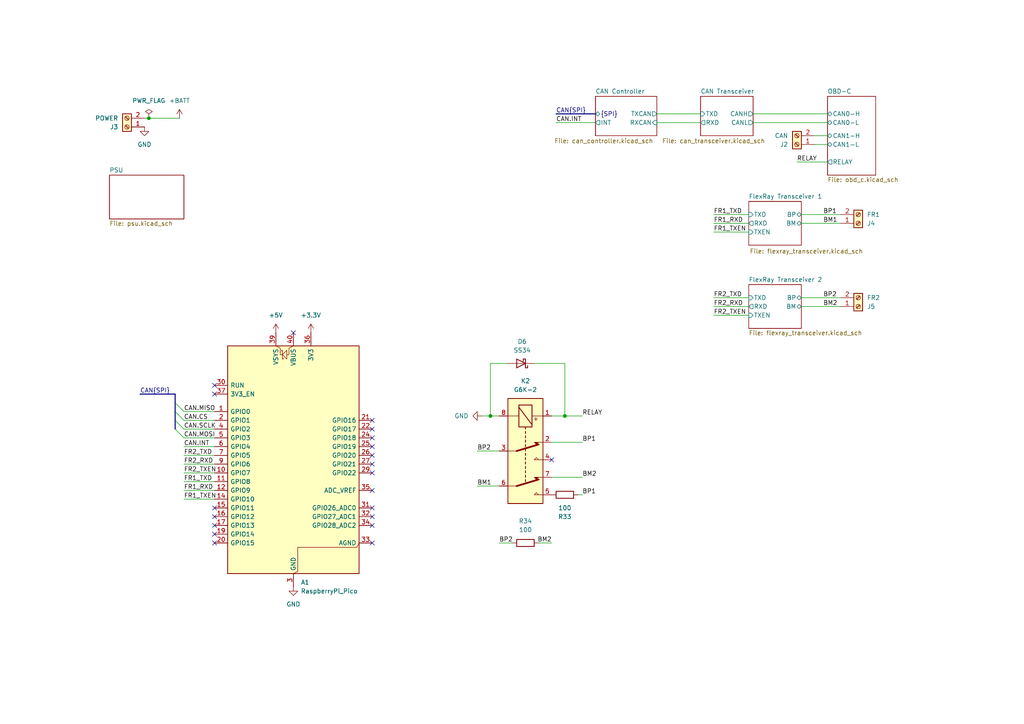
<source format=kicad_sch>
(kicad_sch (version 20250114) (generator "eeschema") (generator_version "9.0")
  (paper "A4")
  (lib_symbols
    (symbol "Connector:Screw_Terminal_01x02" (pin_names (offset 1.016) (hide yes))
      (property "Reference" "J" (at 0 2.54 0))
      (property "Value" "Screw_Terminal_01x02" (at 0 -5.08 0))
      (symbol "Screw_Terminal_01x02_1_1"
        (rectangle (start -1.27 1.27) (end 1.27 -3.81) (stroke (width 0.254)) (fill (type background)))
        (polyline (pts (xy -0.5334 0.3302) (xy 0.3302 -0.508)) (stroke (width 0.1524)))
        (polyline (pts (xy -0.5334 -2.2098) (xy 0.3302 -3.048)) (stroke (width 0.1524)))
        (polyline (pts (xy -0.3556 0.508) (xy 0.508 -0.3302)) (stroke (width 0.1524)))
        (polyline (pts (xy -0.3556 -2.032) (xy 0.508 -2.8702)) (stroke (width 0.1524)))
        (circle (center 0 0) (radius 0.635) (stroke (width 0.1524)))
        (circle (center 0 -2.54) (radius 0.635) (stroke (width 0.1524)))
        (pin passive line (at -5.08 0 0) (length 3.81) (name "Pin_1") (number "1"))
        (pin passive line (at -5.08 -2.54 0) (length 3.81) (name "Pin_2") (number "2"))
      )
    )
    (symbol "Device:D_Schottky" (pin_numbers (hide yes)) (pin_names (offset 1.016) (hide yes))
      (property "Reference" "D" (at 0 2.54 0))
      (property "Value" "D_Schottky" (at 0 -2.54 0))
      (symbol "D_Schottky_0_1"
        (polyline (pts (xy -1.905 0.635) (xy -1.905 1.27) (xy -1.27 1.27) (xy -1.27 -1.27) (xy -0.635 -1.27) (xy -0.635 -0.635)) (stroke (width 0.254)))
        (polyline (pts (xy 1.27 1.27) (xy 1.27 -1.27) (xy -1.27 0) (xy 1.27 1.27)) (stroke (width 0.254)))
        (polyline (pts (xy 1.27 0) (xy -1.27 0)))
      )
      (symbol "D_Schottky_1_1"
        (pin passive line (at -3.81 0 0) (length 2.54) (name "K") (number "1"))
        (pin passive line (at 3.81 0 180) (length 2.54) (name "A") (number "2"))
      )
    )
    (symbol "Device:R" (pin_numbers (hide yes)) (pin_names (offset 0))
      (property "Reference" "R" (at 2.032 0 90))
      (property "Value" "R" (at 0 0 90))
      (symbol "R_0_1"
        (rectangle (start -1.016 -2.54) (end 1.016 2.54) (stroke (width 0.254)))
      )
      (symbol "R_1_1"
        (pin passive line (at 0 3.81 270) (length 1.27) (name "~") (number "1"))
        (pin passive line (at 0 -3.81 90) (length 1.27) (name "~") (number "2"))
      )
    )
    (symbol "MCU_Module:RaspberryPi_Pico" (pin_names (offset 0.762))
      (property "Reference" "A" (at -19.05 35.56 0))
      (property "Value" "RaspberryPi_Pico" (at 7.62 35.56 0))
      (symbol "RaspberryPi_Pico_0_1"
        (rectangle (start -19.05 34.29) (end 19.05 -31.75) (stroke (width 0.254)) (fill (type background)))
        (polyline (pts (xy -5.08 34.29) (xy -3.81 33.655) (xy -3.81 31.75) (xy -3.175 31.75)))
        (polyline (pts (xy -3.429 32.766) (xy -3.429 33.02) (xy -3.175 33.02) (xy -3.175 30.48) (xy -2.921 30.48) (xy -2.921 30.734)))
        (polyline (pts (xy -3.175 31.75) (xy -1.905 33.02) (xy -1.905 30.48) (xy -3.175 31.75)))
        (polyline (pts (xy 0 34.29) (xy -1.27 33.655) (xy -1.27 31.75) (xy -1.905 31.75)))
        (polyline (pts (xy 0 -31.75) (xy 1.27 -31.115) (xy 1.27 -24.13) (xy 18.415 -24.13) (xy 19.05 -22.86)))
      )
      (symbol "RaspberryPi_Pico_1_1"
        (pin passive line (at -22.86 22.86 0) (length 3.81) (name "RUN") (number "30"))
        (pin passive line (at -22.86 20.32 0) (length 3.81) (name "3V3_EN") (number "37"))
        (pin bidirectional line (at -22.86 15.24 0) (length 3.81) (name "GPIO0") (number "1"))
        (pin bidirectional line (at -22.86 12.7 0) (length 3.81) (name "GPIO1") (number "2"))
        (pin bidirectional line (at -22.86 10.16 0) (length 3.81) (name "GPIO2") (number "4"))
        (pin bidirectional line (at -22.86 7.62 0) (length 3.81) (name "GPIO3") (number "5"))
        (pin bidirectional line (at -22.86 5.08 0) (length 3.81) (name "GPIO4") (number "6"))
        (pin bidirectional line (at -22.86 2.54 0) (length 3.81) (name "GPIO5") (number "7"))
        (pin bidirectional line (at -22.86 0 0) (length 3.81) (name "GPIO6") (number "9"))
        (pin bidirectional line (at -22.86 -2.54 0) (length 3.81) (name "GPIO7") (number "10"))
        (pin bidirectional line (at -22.86 -5.08 0) (length 3.81) (name "GPIO8") (number "11"))
        (pin bidirectional line (at -22.86 -7.62 0) (length 3.81) (name "GPIO9") (number "12"))
        (pin bidirectional line (at -22.86 -10.16 0) (length 3.81) (name "GPIO10") (number "14"))
        (pin bidirectional line (at -22.86 -12.7 0) (length 3.81) (name "GPIO11") (number "15"))
        (pin bidirectional line (at -22.86 -15.24 0) (length 3.81) (name "GPIO12") (number "16"))
        (pin bidirectional line (at -22.86 -17.78 0) (length 3.81) (name "GPIO13") (number "17"))
        (pin bidirectional line (at -22.86 -20.32 0) (length 3.81) (name "GPIO14") (number "19"))
        (pin bidirectional line (at -22.86 -22.86 0) (length 3.81) (name "GPIO15") (number "20"))
        (pin power_in line (at -5.08 38.1 270) (length 3.81) (name "VSYS") (number "39"))
        (pin power_out line (at 0 38.1 270) (length 3.81) (name "VBUS") (number "40"))
        (pin passive line (at 0 -35.56 90) (length 3.81) (hide yes) (name "GND") (number "13"))
        (pin passive line (at 0 -35.56 90) (length 3.81) (hide yes) (name "GND") (number "18"))
        (pin passive line (at 0 -35.56 90) (length 3.81) (hide yes) (name "GND") (number "23"))
        (pin passive line (at 0 -35.56 90) (length 3.81) (hide yes) (name "GND") (number "28"))
        (pin power_out line (at 0 -35.56 90) (length 3.81) (name "GND") (number "3"))
        (pin passive line (at 0 -35.56 90) (length 3.81) (hide yes) (name "GND") (number "38"))
        (pin passive line (at 0 -35.56 90) (length 3.81) (hide yes) (name "GND") (number "8"))
        (pin power_out line (at 5.08 38.1 270) (length 3.81) (name "3V3") (number "36"))
        (pin bidirectional line (at 22.86 12.7 180) (length 3.81) (name "GPIO16") (number "21"))
        (pin bidirectional line (at 22.86 10.16 180) (length 3.81) (name "GPIO17") (number "22"))
        (pin bidirectional line (at 22.86 7.62 180) (length 3.81) (name "GPIO18") (number "24"))
        (pin bidirectional line (at 22.86 5.08 180) (length 3.81) (name "GPIO19") (number "25"))
        (pin bidirectional line (at 22.86 2.54 180) (length 3.81) (name "GPIO20") (number "26"))
        (pin bidirectional line (at 22.86 0 180) (length 3.81) (name "GPIO21") (number "27"))
        (pin bidirectional line (at 22.86 -2.54 180) (length 3.81) (name "GPIO22") (number "29"))
        (pin power_in line (at 22.86 -7.62 180) (length 3.81) (name "ADC_VREF") (number "35"))
        (pin bidirectional line (at 22.86 -12.7 180) (length 3.81) (name "GPIO26_ADC0") (number "31"))
        (pin bidirectional line (at 22.86 -15.24 180) (length 3.81) (name "GPIO27_ADC1") (number "32"))
        (pin bidirectional line (at 22.86 -17.78 180) (length 3.81) (name "GPIO28_ADC2") (number "34"))
        (pin power_out line (at 22.86 -22.86 180) (length 3.81) (name "AGND") (number "33"))
      )
    )
    (symbol "Relay:G6K-2"
      (property "Reference" "K" (at 16.51 3.81 0))
      (property "Value" "G6K-2" (at 16.51 1.27 0))
      (symbol "G6K-2_0_0"
        (text "+" (at -9.271 2.921 0) (effects (font (size 1.27 1.27))))
      )
      (symbol "G6K-2_0_1"
        (rectangle (start -15.24 5.08) (end 15.24 -5.08) (stroke (width 0.254)) (fill (type background)))
        (rectangle (start -13.335 1.905) (end -6.985 -1.905) (stroke (width 0.254)))
        (polyline (pts (xy -12.7 -1.905) (xy -7.62 1.905)) (stroke (width 0.254)))
        (polyline (pts (xy -10.16 5.08) (xy -10.16 1.905)))
        (polyline (pts (xy -10.16 -5.08) (xy -10.16 -1.905)))
        (polyline (pts (xy -6.985 0) (xy -6.35 0)) (stroke (width 0.254)))
        (polyline (pts (xy -5.715 0) (xy -5.08 0)) (stroke (width 0.254)))
        (polyline (pts (xy -4.445 0) (xy -3.81 0)) (stroke (width 0.254)))
        (polyline (pts (xy -3.175 0) (xy -2.54 0)) (stroke (width 0.254)))
        (polyline (pts (xy -2.54 5.08) (xy -2.54 2.54) (xy -1.905 3.175) (xy -2.54 3.81)) (fill (type outline)))
        (polyline (pts (xy -1.905 0) (xy -1.27 0)) (stroke (width 0.254)))
        (polyline (pts (xy -0.635 0) (xy 0 0)) (stroke (width 0.254)))
        (polyline (pts (xy 0 -2.54) (xy -1.905 3.81)) (stroke (width 0.508)))
        (polyline (pts (xy 0 -2.54) (xy 0 -5.08)))
        (polyline (pts (xy 0.635 0) (xy 1.27 0)) (stroke (width 0.254)))
        (polyline (pts (xy 1.905 0) (xy 2.54 0)) (stroke (width 0.254)))
        (polyline (pts (xy 2.54 5.08) (xy 2.54 2.54) (xy 1.905 3.175) (xy 2.54 3.81)))
        (polyline (pts (xy 3.175 0) (xy 3.81 0)) (stroke (width 0.254)))
        (polyline (pts (xy 4.445 0) (xy 5.08 0)) (stroke (width 0.254)))
        (polyline (pts (xy 5.715 0) (xy 6.35 0)) (stroke (width 0.254)))
        (polyline (pts (xy 6.985 0) (xy 7.62 0)) (stroke (width 0.254)))
        (polyline (pts (xy 7.62 5.08) (xy 7.62 2.54) (xy 8.255 3.175) (xy 7.62 3.81)) (fill (type outline)))
        (polyline (pts (xy 8.255 0) (xy 8.89 0)) (stroke (width 0.254)))
        (polyline (pts (xy 10.16 -2.54) (xy 8.255 3.81)) (stroke (width 0.508)))
        (polyline (pts (xy 10.16 -2.54) (xy 10.16 -5.08)))
        (polyline (pts (xy 12.7 5.08) (xy 12.7 2.54) (xy 12.065 3.175) (xy 12.7 3.81)))
      )
      (symbol "G6K-2_1_1"
        (pin passive line (at -10.16 7.62 270) (length 2.54) (name "~") (number "1"))
        (pin passive line (at -10.16 -7.62 90) (length 2.54) (name "~") (number "8"))
        (pin passive line (at -2.54 7.62 270) (length 2.54) (name "~") (number "2"))
        (pin passive line (at 0 -7.62 90) (length 2.54) (name "~") (number "3"))
        (pin passive line (at 2.54 7.62 270) (length 2.54) (name "~") (number "4"))
        (pin passive line (at 7.62 7.62 270) (length 2.54) (name "~") (number "7"))
        (pin passive line (at 10.16 -7.62 90) (length 2.54) (name "~") (number "6"))
        (pin passive line (at 12.7 7.62 270) (length 2.54) (name "~") (number "5"))
      )
    )
    (symbol "power:+3.3V" (power) (pin_numbers (hide yes)) (pin_names (offset 0) (hide yes))
      (property "Value" "+3.3V" (at 0 3.556 0))
      (symbol "+3.3V_0_1"
        (polyline (pts (xy -0.762 1.27) (xy 0 2.54)))
        (polyline (pts (xy 0 2.54) (xy 0.762 1.27)))
        (polyline (pts (xy 0 0) (xy 0 2.54)))
      )
      (symbol "+3.3V_1_1"
        (pin power_in line (at 0 0 90) (length 0) (name "~") (number "1"))
      )
    )
    (symbol "power:+5V" (power) (pin_numbers (hide yes)) (pin_names (offset 0) (hide yes))
      (property "Value" "+5V" (at 0 3.556 0))
      (symbol "+5V_0_1"
        (polyline (pts (xy -0.762 1.27) (xy 0 2.54)))
        (polyline (pts (xy 0 2.54) (xy 0.762 1.27)))
        (polyline (pts (xy 0 0) (xy 0 2.54)))
      )
      (symbol "+5V_1_1"
        (pin power_in line (at 0 0 90) (length 0) (name "~") (number "1"))
      )
    )
    (symbol "power:+BATT" (power) (pin_numbers (hide yes)) (pin_names (offset 0) (hide yes))
      (property "Value" "+BATT" (at 0 3.556 0))
      (symbol "+BATT_0_1"
        (polyline (pts (xy -0.762 1.27) (xy 0 2.54)))
        (polyline (pts (xy 0 2.54) (xy 0.762 1.27)))
        (polyline (pts (xy 0 0) (xy 0 2.54)))
      )
      (symbol "+BATT_1_1"
        (pin power_in line (at 0 0 90) (length 0) (name "~") (number "1"))
      )
    )
    (symbol "power:GND" (power) (pin_numbers (hide yes)) (pin_names (offset 0) (hide yes))
      (property "Value" "GND" (at 0 -3.81 0))
      (symbol "GND_0_1"
        (polyline (pts (xy 0 0) (xy 0 -1.27) (xy 1.27 -1.27) (xy 0 -2.54) (xy -1.27 -1.27) (xy 0 -1.27)))
      )
      (symbol "GND_1_1"
        (pin power_in line (at 0 0 270) (length 0) (name "~") (number "1"))
      )
    )
    (symbol "power:PWR_FLAG" (power) (pin_numbers (hide yes)) (pin_names (offset 0) (hide yes))
      (property "Value" "PWR_FLAG" (at 0 3.81 0))
      (symbol "PWR_FLAG_0_0"
        (pin power_out line (at 0 0 90) (length 0) (name "~") (number "1"))
      )
      (symbol "PWR_FLAG_0_1"
        (polyline (pts (xy 0 0) (xy 0 1.27) (xy -1.016 1.905) (xy 0 2.54) (xy 1.016 1.905) (xy 0 1.27)))
      )
    )
  )
  (bus_alias "SPI" (members "MISO" "MOSI" "SCLK" "CS"))
  (junction (at 163.83 120.65))
  (junction (at 142.24 120.65))
  (junction (at 43.18 34.29))
  (no_connect (at 160.02 133.35))
  (no_connect (at 62.23 147.32))
  (no_connect (at 62.23 152.4))
  (no_connect (at 107.95 157.48))
  (no_connect (at 62.23 154.94))
  (no_connect (at 107.95 132.08))
  (no_connect (at 62.23 149.86))
  (no_connect (at 107.95 127))
  (no_connect (at 62.23 111.76))
  (no_connect (at 107.95 129.54))
  (no_connect (at 62.23 157.48))
  (no_connect (at 62.23 114.3))
  (no_connect (at 107.95 147.32))
  (no_connect (at 107.95 149.86))
  (no_connect (at 107.95 124.46))
  (no_connect (at 107.95 137.16))
  (no_connect (at 107.95 134.62))
  (no_connect (at 107.95 142.24))
  (no_connect (at 107.95 152.4))
  (no_connect (at 107.95 121.92))
  (no_connect (at 85.09 96.52))
  (bus_entry (at 53.34 127) (size -2.54 -2.54))
  (bus_entry (at 53.34 124.46) (size -2.54 -2.54))
  (bus_entry (at 53.34 119.38) (size -2.54 -2.54))
  (bus_entry (at 53.34 121.92) (size -2.54 -2.54))
  (wire (pts (xy 232.41 88.9) (xy 243.84 88.9)))
  (wire (pts (xy 43.18 34.29) (xy 41.91 34.29)))
  (wire (pts (xy 52.07 34.29) (xy 43.18 34.29)))
  (wire (pts (xy 207.01 62.23) (xy 217.17 62.23)))
  (wire (pts (xy 232.41 62.23) (xy 243.84 62.23)))
  (wire (pts (xy 142.24 120.65) (xy 144.78 120.65)))
  (wire (pts (xy 53.34 124.46) (xy 62.23 124.46)))
  (wire (pts (xy 236.22 39.37) (xy 240.03 39.37)))
  (wire (pts (xy 168.91 143.51) (xy 167.64 143.51)))
  (wire (pts (xy 53.34 142.24) (xy 62.23 142.24)))
  (wire (pts (xy 144.78 157.48) (xy 148.59 157.48)))
  (bus (pts (xy 50.8 119.38) (xy 50.8 116.84)))
  (wire (pts (xy 236.22 41.91) (xy 240.03 41.91)))
  (wire (pts (xy 232.41 86.36) (xy 243.84 86.36)))
  (bus (pts (xy 50.8 124.46) (xy 50.8 121.92)))
  (wire (pts (xy 53.34 144.78) (xy 62.23 144.78)))
  (bus (pts (xy 40.64 114.3) (xy 50.8 114.3)))
  (bus (pts (xy 161.29 33.02) (xy 172.72 33.02)))
  (wire (pts (xy 53.34 134.62) (xy 62.23 134.62)))
  (wire (pts (xy 207.01 91.44) (xy 217.17 91.44)))
  (wire (pts (xy 163.83 105.41) (xy 163.83 120.65)))
  (wire (pts (xy 218.44 33.02) (xy 240.03 33.02)))
  (wire (pts (xy 147.32 105.41) (xy 142.24 105.41)))
  (wire (pts (xy 160.02 157.48) (xy 156.21 157.48)))
  (bus (pts (xy 50.8 121.92) (xy 50.8 119.38)))
  (wire (pts (xy 168.91 120.65) (xy 163.83 120.65)))
  (wire (pts (xy 168.91 138.43) (xy 160.02 138.43)))
  (wire (pts (xy 53.34 127) (xy 62.23 127)))
  (wire (pts (xy 53.34 132.08) (xy 62.23 132.08)))
  (wire (pts (xy 218.44 35.56) (xy 240.03 35.56)))
  (wire (pts (xy 138.43 130.81) (xy 144.78 130.81)))
  (wire (pts (xy 138.43 140.97) (xy 144.78 140.97)))
  (wire (pts (xy 190.5 33.02) (xy 203.2 33.02)))
  (wire (pts (xy 142.24 105.41) (xy 142.24 120.65)))
  (wire (pts (xy 207.01 67.31) (xy 217.17 67.31)))
  (wire (pts (xy 53.34 137.16) (xy 62.23 137.16)))
  (wire (pts (xy 232.41 64.77) (xy 243.84 64.77)))
  (wire (pts (xy 207.01 88.9) (xy 217.17 88.9)))
  (wire (pts (xy 161.29 35.56) (xy 172.72 35.56)))
  (wire (pts (xy 154.94 105.41) (xy 163.83 105.41)))
  (wire (pts (xy 168.91 128.27) (xy 160.02 128.27)))
  (wire (pts (xy 139.7 120.65) (xy 142.24 120.65)))
  (wire (pts (xy 53.34 121.92) (xy 62.23 121.92)))
  (wire (pts (xy 207.01 64.77) (xy 217.17 64.77)))
  (wire (pts (xy 207.01 86.36) (xy 217.17 86.36)))
  (wire (pts (xy 53.34 139.7) (xy 62.23 139.7)))
  (wire (pts (xy 190.5 35.56) (xy 203.2 35.56)))
  (wire (pts (xy 53.34 129.54) (xy 62.23 129.54)))
  (wire (pts (xy 53.34 119.38) (xy 62.23 119.38)))
  (wire (pts (xy 163.83 120.65) (xy 160.02 120.65)))
  (bus (pts (xy 50.8 116.84) (xy 50.8 114.3)))
  (wire (pts (xy 231.14 46.99) (xy 240.03 46.99)))
  (label "CAN.INT" (at 53.34 129.54 0))
  (label "BM1" (at 238.76 64.77 0))
  (label "BP2" (at 144.78 157.48 0))
  (label "FR2_TXD" (at 207.01 86.36 0))
  (label "BM2" (at 238.76 88.9 0))
  (label "FR2_TXD" (at 53.34 132.08 0))
  (label "CAN{SPI}" (at 161.29 33.02 0))
  (label "BP1" (at 168.91 143.51 0))
  (label "CAN.CS" (at 53.34 121.92 0))
  (label "BP1" (at 168.91 128.27 0))
  (label "BM2" (at 160.02 157.48 180))
  (label "FR1_RXD" (at 53.34 142.24 0))
  (label "FR1_RXD" (at 207.01 64.77 0))
  (label "FR1_TXD" (at 207.01 62.23 0))
  (label "CAN.SCLK" (at 53.34 124.46 0))
  (label "CAN{SPI}" (at 40.64 114.3 0))
  (label "FR2_RXD" (at 53.34 134.62 0))
  (label "FR2_RXD" (at 207.01 88.9 0))
  (label "BM1" (at 138.43 140.97 0))
  (label "RELAY" (at 231.14 46.99 0))
  (label "FR1_TXD" (at 53.34 139.7 0))
  (label "FR1_TXEN" (at 53.34 144.78 0))
  (label "FR1_TXEN" (at 207.01 67.31 0))
  (label "CAN.MISO" (at 53.34 119.38 0))
  (label "FR2_TXEN" (at 53.34 137.16 0))
  (label "FR2_TXEN" (at 207.01 91.44 0))
  (label "CAN.MOSI" (at 53.34 127 0))
  (label "BM2" (at 168.91 138.43 0))
  (label "BP2" (at 138.43 130.81 0))
  (label "BP1" (at 238.76 62.23 0))
  (label "BP2" (at 238.76 86.36 0))
  (label "RELAY" (at 168.91 120.65 0))
  (label "CAN.INT" (at 161.29 35.56 0))
  (symbol (lib_id "Connector:Screw_Terminal_01x02") (at 248.92 88.9 0) (mirror x) (unit 1)
    (property "Reference" "J5" (at 251.46 88.9 0) (effects (justify left)))
    (property "Value" "FR2" (at 251.46 86.36 0) (effects (justify left)))
    (property "Footprint" "Connector_Phoenix_MSTB:PhoenixContact_MSTBA_2,5_2-G-5,08_1x02_P5.08mm_Horizontal" (effects (hide yes)))
    (property "Description" "Generic screw terminal, single row, 01x02, script generated (kicad-library-utils/schlib/autogen/connector/)" (effects (hide yes)))
    (property "LCSC" "C3697" (effects (hide yes)))
  )
  (symbol (lib_id "power:+5V") (at 80.01 96.52 0) (unit 1)
    (property "Reference" "#PWR02" (effects (hide yes)))
    (property "Value" "+5V" (at 80.01 91.44 0))
    (property "Description" "Power symbol creates a global label with name \"+5V\"" (effects (hide yes)))
  )
  (symbol (lib_id "MCU_Module:RaspberryPi_Pico") (at 85.09 134.62 0) (unit 1)
    (property "Reference" "A1" (at 87.2333 168.91 0) (effects (justify left)))
    (property "Value" "RaspberryPi_Pico" (at 87.2333 171.45 0) (effects (justify left)))
    (property "Footprint" "Module:RaspberryPi_Pico_Common_Unspecified" (effects (hide yes)))
    (property "Datasheet" "https://datasheets.raspberrypi.com/pico/pico-datasheet.pdf" (effects (hide yes)))
    (property "Description" "Versatile and inexpensive microcontroller module powered by RP2040 dual-core Arm Cortex-M0+ processor up to 133 MHz, 264kB SRAM, 2MB QSPI flash; also supports Raspberry Pi Pico 2" (effects (hide yes)))
  )
  (symbol (lib_id "power:GND") (at 41.91 36.83 0) (unit 1)
    (property "Reference" "#PWR083" (effects (hide yes)))
    (property "Value" "GND" (at 41.91 41.91 0))
    (property "Description" "Power symbol creates a global label with name \"GND\" , ground" (effects (hide yes)))
  )
  (symbol (lib_id "power:+BATT") (at 52.07 34.29 0) (unit 1)
    (property "Reference" "#PWR09" (effects (hide yes)))
    (property "Value" "+BATT" (at 52.07 29.21 0))
    (property "Description" "Power symbol creates a global label with name \"+BATT\"" (effects (hide yes)))
  )
  (symbol (lib_id "Connector:Screw_Terminal_01x02") (at 248.92 64.77 0) (mirror x) (unit 1)
    (property "Reference" "J4" (at 251.46 64.77 0) (effects (justify left)))
    (property "Value" "FR1" (at 251.46 62.23 0) (effects (justify left)))
    (property "Footprint" "Connector_Phoenix_MSTB:PhoenixContact_MSTBA_2,5_2-G-5,08_1x02_P5.08mm_Horizontal" (effects (hide yes)))
    (property "Description" "Generic screw terminal, single row, 01x02, script generated (kicad-library-utils/schlib/autogen/connector/)" (effects (hide yes)))
    (property "LCSC" "C3697" (effects (hide yes)))
  )
  (symbol (lib_id "Device:R") (at 152.4 157.48 90) (unit 1)
    (property "Reference" "R34" (at 152.4 151.13 90))
    (property "Value" "100" (at 152.4 153.67 90))
    (property "Footprint" "Resistor_SMD:R_0402_1005Metric" (effects (hide yes)))
    (property "Description" "Resistor" (effects (hide yes)))
    (property "LCSC" "C106232" (effects (hide yes)))
  )
  (symbol (lib_id "Relay:G6K-2") (at 152.4 130.81 270) (unit 1)
    (property "Reference" "K2" (at 152.4 110.49 90))
    (property "Value" "G6K-2" (at 152.4 113.03 90))
    (property "Footprint" "Relay_SMD:Relay_DPDT_Omron_G6K-2F-Y" (effects (hide yes)))
    (property "Datasheet" "http://omronfs.omron.com/en_US/ecb/products/pdf/en-g6k.pdf" (effects (hide yes)))
    (property "Description" "Miniature 2-pole relay, Single-side Stable" (effects (hide yes)))
    (property "LCSC" "C47190" (effects (hide yes)))
  )
  (symbol (lib_id "Device:D_Schottky") (at 151.13 105.41 180) (unit 1)
    (property "Reference" "D6" (at 151.4475 99.06 0))
    (property "Value" "SS34" (at 151.4475 101.6 0))
    (property "Footprint" "Diode_SMD:D_SMA" (effects (hide yes)))
    (property "Description" "Schottky diode" (effects (hide yes)))
    (property "LCSC" "C8678" (effects (hide yes)))
  )
  (symbol (lib_id "Device:R") (at 163.83 143.51 90) (mirror x) (unit 1)
    (property "Reference" "R33" (at 163.83 149.86 90))
    (property "Value" "100" (at 163.83 147.32 90))
    (property "Footprint" "Resistor_SMD:R_0402_1005Metric" (effects (hide yes)))
    (property "Description" "Resistor" (effects (hide yes)))
    (property "LCSC" "C106232" (effects (hide yes)))
  )
  (symbol (lib_id "power:+3.3V") (at 90.17 96.52 0) (unit 1)
    (property "Reference" "#PWR081" (effects (hide yes)))
    (property "Value" "+3.3V" (at 90.17 91.44 0))
    (property "Description" "Power symbol creates a global label with name \"+3.3V\"" (effects (hide yes)))
  )
  (symbol (lib_id "power:PWR_FLAG") (at 43.18 34.29 0) (unit 1)
    (property "Reference" "#FLG05" (effects (hide yes)))
    (property "Value" "PWR_FLAG" (at 43.18 29.21 0))
    (property "Description" "Special symbol for telling ERC where power comes from" (effects (hide yes)))
  )
  (symbol (lib_id "Connector:Screw_Terminal_01x02") (at 36.83 36.83 180) (unit 1)
    (property "Reference" "J3" (at 34.29 36.83 0) (effects (justify left)))
    (property "Value" "POWER" (at 34.29 34.29 0) (effects (justify left)))
    (property "Footprint" "Connector_Phoenix_MSTB:PhoenixContact_MSTBA_2,5_2-G-5,08_1x02_P5.08mm_Horizontal" (effects (hide yes)))
    (property "Description" "Generic screw terminal, single row, 01x02, script generated (kicad-library-utils/schlib/autogen/connector/)" (effects (hide yes)))
    (property "LCSC" "C3697" (effects (hide yes)))
  )
  (symbol (lib_id "power:GND") (at 85.09 170.18 0) (unit 1)
    (property "Reference" "#PWR080" (effects (hide yes)))
    (property "Value" "GND" (at 85.09 175.26 0))
    (property "Description" "Power symbol creates a global label with name \"GND\" , ground" (effects (hide yes)))
  )
  (symbol (lib_id "Connector:Screw_Terminal_01x02") (at 231.14 41.91 180) (unit 1)
    (property "Reference" "J2" (at 228.6 41.91 0) (effects (justify left)))
    (property "Value" "CAN" (at 228.6 39.37 0) (effects (justify left)))
    (property "Footprint" "Connector_Phoenix_MSTB:PhoenixContact_MSTBA_2,5_2-G-5,08_1x02_P5.08mm_Horizontal" (effects (hide yes)))
    (property "Description" "Generic screw terminal, single row, 01x02, script generated (kicad-library-utils/schlib/autogen/connector/)" (effects (hide yes)))
    (property "LCSC" "C3697" (effects (hide yes)))
  )
  (symbol (lib_id "power:GND") (at 139.7 120.65 270) (unit 1)
    (property "Reference" "#PWR084" (effects (hide yes)))
    (property "Value" "GND" (at 135.89 120.6499 90) (effects (justify right)))
    (property "Description" "Power symbol creates a global label with name \"GND\" , ground" (effects (hide yes)))
  )
  (sheet (at 217.17 58.42) (size 15.24 12.7) (stroke (width 0.1524))
    (property "Sheetname" "FlexRay Transceiver 1" (at 217.17 57.7084 0) (effects (justify left bottom)))
    (property "Sheetfile" "flexray_transceiver.kicad_sch" (at 217.424 72.136 0) (effects (justify left top)))
    (pin "BM" bidirectional (at 232.41 64.77 0))
    (pin "BP" bidirectional (at 232.41 62.23 0))
    (pin "RXD" output (at 217.17 64.77 180))
    (pin "TXD" input (at 217.17 62.23 180))
    (pin "TXEN" input (at 217.17 67.31 180))
  )
  (sheet (at 31.75 50.8) (size 21.59 12.7) (stroke (width 0.1524))
    (property "Sheetname" "PSU" (at 31.75 50.0884 0) (effects (justify left bottom)))
    (property "Sheetfile" "psu.kicad_sch" (at 31.75 64.0846 0) (effects (justify left top)))
  )
  (sheet (at 172.72 27.94) (size 17.78 11.43) (stroke (width 0.1524))
    (property "Sheetname" "CAN Controller" (at 172.72 27.2284 0) (effects (justify left bottom)))
    (property "Sheetfile" "can_controller.kicad_sch" (at 160.782 40.132 0) (effects (justify left top)))
    (pin "INT" output (at 172.72 35.56 180))
    (pin "{SPI}" bidirectional (at 172.72 33.02 180))
    (pin "RXCAN" input (at 190.5 35.56 0))
    (pin "TXCAN" output (at 190.5 33.02 0))
  )
  (sheet (at 203.2 27.94) (size 15.24 11.43) (stroke (width 0.1524))
    (property "Sheetname" "CAN Transceiver" (at 203.2 27.2284 0) (effects (justify left bottom)))
    (property "Sheetfile" "can_transceiver.kicad_sch" (at 192.024 40.132 0) (effects (justify left top)))
    (pin "CANH" output (at 218.44 33.02 0))
    (pin "CANL" output (at 218.44 35.56 0))
    (pin "RXD" output (at 203.2 35.56 180))
    (pin "TXD" input (at 203.2 33.02 180))
  )
  (sheet (at 240.03 27.94) (size 13.97 22.86) (stroke (width 0.1524))
    (property "Sheetname" "OBD-C" (at 240.03 27.2284 0) (effects (justify left bottom)))
    (property "Sheetfile" "obd_c.kicad_sch" (at 240.03 51.3846 0) (effects (justify left top)))
    (pin "CAN0-H" bidirectional (at 240.03 33.02 180))
    (pin "CAN0-L" bidirectional (at 240.03 35.56 180))
    (pin "CAN1-H" bidirectional (at 240.03 39.37 180))
    (pin "CAN1-L" bidirectional (at 240.03 41.91 180))
    (pin "RELAY" output (at 240.03 46.99 180))
  )
  (sheet (at 217.17 82.55) (size 15.24 12.7) (stroke (width 0.1524))
    (property "Sheetname" "FlexRay Transceiver 2" (at 217.17 81.8384 0) (effects (justify left bottom)))
    (property "Sheetfile" "flexray_transceiver.kicad_sch" (at 217.17 95.8346 0) (effects (justify left top)))
    (pin "BM" bidirectional (at 232.41 88.9 0))
    (pin "BP" bidirectional (at 232.41 86.36 0))
    (pin "RXD" output (at 217.17 88.9 180))
    (pin "TXD" input (at 217.17 86.36 180))
    (pin "TXEN" input (at 217.17 91.44 180))
  )
)
</source>
